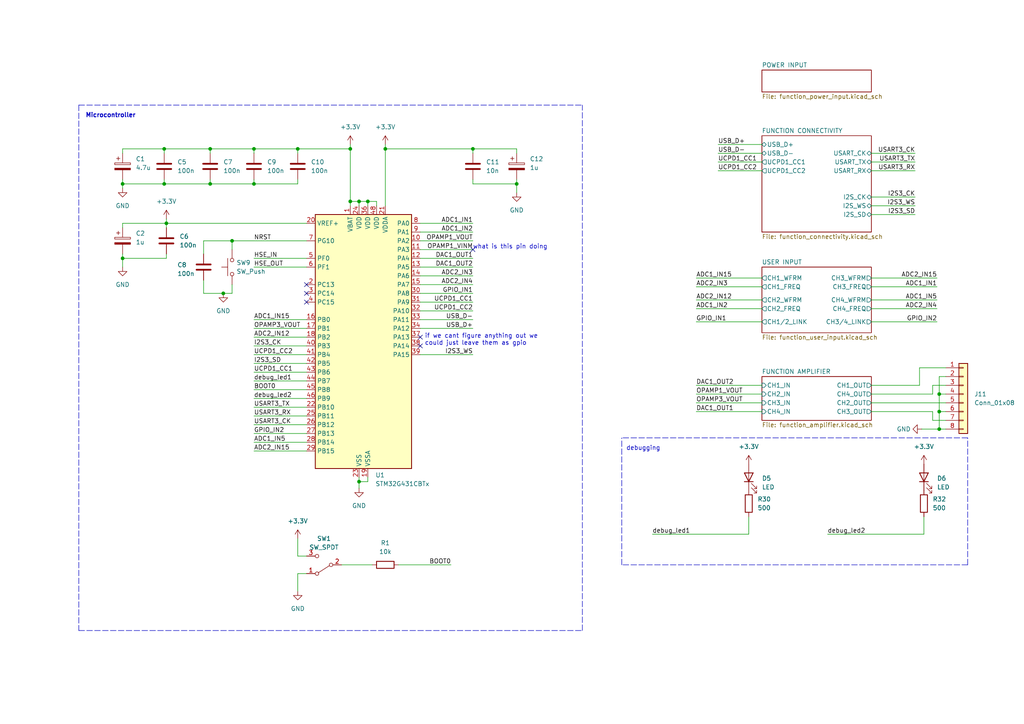
<source format=kicad_sch>
(kicad_sch (version 20231120) (generator "eeschema") (generator_version "8.0")
  (paper "A4")
  (lib_symbols
    (symbol "Connector_Generic:Conn_01x08" (pin_names (offset 1.016) hide)
      (property "Reference" "J" (at 0 10.16 0))
      (property "Value" "Conn_01x08" (at 0 -12.7 0))
      (symbol "Conn_01x08_1_1"
        (rectangle (start -1.27 -10.033) (end 0 -10.287) (stroke (width 0.1524)))
        (rectangle (start -1.27 -7.493) (end 0 -7.747) (stroke (width 0.1524)))
        (rectangle (start -1.27 -4.953) (end 0 -5.207) (stroke (width 0.1524)))
        (rectangle (start -1.27 -2.413) (end 0 -2.667) (stroke (width 0.1524)))
        (rectangle (start -1.27 0.127) (end 0 -0.127) (stroke (width 0.1524)))
        (rectangle (start -1.27 2.667) (end 0 2.413) (stroke (width 0.1524)))
        (rectangle (start -1.27 5.207) (end 0 4.953) (stroke (width 0.1524)))
        (rectangle (start -1.27 7.747) (end 0 7.493) (stroke (width 0.1524)))
        (rectangle (start -1.27 8.89) (end 1.27 -11.43) (stroke (width 0.254)) (fill (type background)))
        (pin passive line (at -5.08 7.62 0) (length 3.81) (name "Pin_1") (number "1"))
        (pin passive line (at -5.08 5.08 0) (length 3.81) (name "Pin_2") (number "2"))
        (pin passive line (at -5.08 2.54 0) (length 3.81) (name "Pin_3") (number "3"))
        (pin passive line (at -5.08 0 0) (length 3.81) (name "Pin_4") (number "4"))
        (pin passive line (at -5.08 -2.54 0) (length 3.81) (name "Pin_5") (number "5"))
        (pin passive line (at -5.08 -5.08 0) (length 3.81) (name "Pin_6") (number "6"))
        (pin passive line (at -5.08 -7.62 0) (length 3.81) (name "Pin_7") (number "7"))
        (pin passive line (at -5.08 -10.16 0) (length 3.81) (name "Pin_8") (number "8"))
      )
    )
    (symbol "Device:C" (pin_numbers hide) (pin_names (offset 0.254))
      (property "Reference" "C" (at 0.635 2.54 0))
      (property "Value" "C" (at 0.635 -2.54 0))
      (symbol "C_0_1"
        (polyline (pts (xy -2.032 -0.762) (xy 2.032 -0.762)) (stroke (width 0.508)))
        (polyline (pts (xy -2.032 0.762) (xy 2.032 0.762)) (stroke (width 0.508)))
      )
      (symbol "C_1_1"
        (pin passive line (at 0 3.81 270) (length 2.794) (name "~") (number "1"))
        (pin passive line (at 0 -3.81 90) (length 2.794) (name "~") (number "2"))
      )
    )
    (symbol "Device:C_Polarized" (pin_numbers hide) (pin_names (offset 0.254))
      (property "Reference" "C" (at 0.635 2.54 0))
      (property "Value" "C_Polarized" (at 0.635 -2.54 0))
      (symbol "C_Polarized_0_1"
        (rectangle (start -2.286 0.508) (end 2.286 1.016))
        (polyline (pts (xy -1.778 2.286) (xy -0.762 2.286)))
        (polyline (pts (xy -1.27 2.794) (xy -1.27 1.778)))
        (rectangle (start 2.286 -0.508) (end -2.286 -1.016) (fill (type outline)))
      )
      (symbol "C_Polarized_1_1"
        (pin passive line (at 0 3.81 270) (length 2.794) (name "~") (number "1"))
        (pin passive line (at 0 -3.81 90) (length 2.794) (name "~") (number "2"))
      )
    )
    (symbol "Device:LED" (pin_numbers hide) (pin_names (offset 1.016) hide)
      (property "Reference" "D" (at 0 2.54 0))
      (property "Value" "LED" (at 0 -2.54 0))
      (symbol "LED_0_1"
        (polyline (pts (xy -1.27 -1.27) (xy -1.27 1.27)) (stroke (width 0.254)))
        (polyline (pts (xy -1.27 0) (xy 1.27 0)))
        (polyline (pts (xy 1.27 -1.27) (xy 1.27 1.27) (xy -1.27 0) (xy 1.27 -1.27)) (stroke (width 0.254)))
        (polyline (pts (xy -3.048 -0.762) (xy -4.572 -2.286) (xy -3.81 -2.286) (xy -4.572 -2.286) (xy -4.572 -1.524)))
        (polyline (pts (xy -1.778 -0.762) (xy -3.302 -2.286) (xy -2.54 -2.286) (xy -3.302 -2.286) (xy -3.302 -1.524)))
      )
      (symbol "LED_1_1"
        (pin passive line (at -3.81 0 0) (length 2.54) (name "K") (number "1"))
        (pin passive line (at 3.81 0 180) (length 2.54) (name "A") (number "2"))
      )
    )
    (symbol "Device:R" (pin_numbers hide) (pin_names (offset 0))
      (property "Reference" "R" (at 2.032 0 90))
      (property "Value" "R" (at 0 0 90))
      (symbol "R_0_1"
        (rectangle (start -1.016 -2.54) (end 1.016 2.54) (stroke (width 0.254)))
      )
      (symbol "R_1_1"
        (pin passive line (at 0 3.81 270) (length 1.27) (name "~") (number "1"))
        (pin passive line (at 0 -3.81 90) (length 1.27) (name "~") (number "2"))
      )
    )
    (symbol "GND_1" (power) (pin_numbers hide) (pin_names (offset 0) hide)
      (property "Value" "GND" (at 0 -3.81 0))
      (symbol "GND_1_0_1"
        (polyline (pts (xy 0 0) (xy 0 -1.27) (xy 1.27 -1.27) (xy 0 -2.54) (xy -1.27 -1.27) (xy 0 -1.27)))
      )
      (symbol "GND_1_1_1"
        (pin power_in line (at 0 0 270) (length 0) (name "~") (number "1"))
      )
    )
    (symbol "MCU_ST_STM32G4:STM32G431CBTx"
      (property "Reference" "U" (at -12.7 39.37 0))
      (property "Value" "STM32G431CBTx" (at 10.16 39.37 0))
      (symbol "STM32G431CBTx_0_1"
        (rectangle (start -12.7 -35.56) (end 15.24 38.1) (stroke (width 0.254)) (fill (type background)))
      )
      (symbol "STM32G431CBTx_1_1"
        (pin power_in line (at -2.54 40.64 270) (length 2.54) (name "VBAT") (number "1"))
        (pin bidirectional line (at 17.78 30.48 180) (length 2.54) (name "PA2") (number "10"))
        (pin bidirectional line (at 17.78 27.94 180) (length 2.54) (name "PA3") (number "11"))
        (pin bidirectional line (at 17.78 25.4 180) (length 2.54) (name "PA4") (number "12"))
        (pin bidirectional line (at 17.78 22.86 180) (length 2.54) (name "PA5") (number "13"))
        (pin bidirectional line (at 17.78 20.32 180) (length 2.54) (name "PA6") (number "14"))
        (pin bidirectional line (at 17.78 17.78 180) (length 2.54) (name "PA7") (number "15"))
        (pin bidirectional line (at -15.24 7.62 0) (length 2.54) (name "PB0") (number "16"))
        (pin bidirectional line (at -15.24 5.08 0) (length 2.54) (name "PB1") (number "17"))
        (pin bidirectional line (at -15.24 2.54 0) (length 2.54) (name "PB2") (number "18"))
        (pin power_in line (at 2.54 -38.1 90) (length 2.54) (name "VSSA") (number "19"))
        (pin bidirectional line (at -15.24 17.78 0) (length 2.54) (name "PC13") (number "2"))
        (pin input line (at -15.24 35.56 0) (length 2.54) (name "VREF+") (number "20"))
        (pin power_in line (at 7.62 40.64 270) (length 2.54) (name "VDDA") (number "21"))
        (pin bidirectional line (at -15.24 -17.78 0) (length 2.54) (name "PB10") (number "22"))
        (pin power_in line (at 0 -38.1 90) (length 2.54) (name "VSS") (number "23"))
        (pin power_in line (at 0 40.64 270) (length 2.54) (name "VDD") (number "24"))
        (pin bidirectional line (at -15.24 -20.32 0) (length 2.54) (name "PB11") (number "25"))
        (pin bidirectional line (at -15.24 -22.86 0) (length 2.54) (name "PB12") (number "26"))
        (pin bidirectional line (at -15.24 -25.4 0) (length 2.54) (name "PB13") (number "27"))
        (pin bidirectional line (at -15.24 -27.94 0) (length 2.54) (name "PB14") (number "28"))
        (pin bidirectional line (at -15.24 -30.48 0) (length 2.54) (name "PB15") (number "29"))
        (pin bidirectional line (at -15.24 15.24 0) (length 2.54) (name "PC14") (number "3"))
        (pin bidirectional line (at 17.78 15.24 180) (length 2.54) (name "PA8") (number "30"))
        (pin bidirectional line (at 17.78 12.7 180) (length 2.54) (name "PA9") (number "31"))
        (pin bidirectional line (at 17.78 10.16 180) (length 2.54) (name "PA10") (number "32"))
        (pin bidirectional line (at 17.78 7.62 180) (length 2.54) (name "PA11") (number "33"))
        (pin bidirectional line (at 17.78 5.08 180) (length 2.54) (name "PA12") (number "34"))
        (pin passive line (at 0 -38.1 90) (length 2.54) hide (name "VSS") (number "35"))
        (pin power_in line (at 2.54 40.64 270) (length 2.54) (name "VDD") (number "36"))
        (pin bidirectional line (at 17.78 2.54 180) (length 2.54) (name "PA13") (number "37"))
        (pin bidirectional line (at 17.78 0 180) (length 2.54) (name "PA14") (number "38"))
        (pin bidirectional line (at 17.78 -2.54 180) (length 2.54) (name "PA15") (number "39"))
        (pin bidirectional line (at -15.24 12.7 0) (length 2.54) (name "PC15") (number "4"))
        (pin bidirectional line (at -15.24 0 0) (length 2.54) (name "PB3") (number "40"))
        (pin bidirectional line (at -15.24 -2.54 0) (length 2.54) (name "PB4") (number "41"))
        (pin bidirectional line (at -15.24 -5.08 0) (length 2.54) (name "PB5") (number "42"))
        (pin bidirectional line (at -15.24 -7.62 0) (length 2.54) (name "PB6") (number "43"))
        (pin bidirectional line (at -15.24 -10.16 0) (length 2.54) (name "PB7") (number "44"))
        (pin bidirectional line (at -15.24 -12.7 0) (length 2.54) (name "PB8") (number "45"))
        (pin bidirectional line (at -15.24 -15.24 0) (length 2.54) (name "PB9") (number "46"))
        (pin passive line (at 0 -38.1 90) (length 2.54) hide (name "VSS") (number "47"))
        (pin power_in line (at 5.08 40.64 270) (length 2.54) (name "VDD") (number "48"))
        (pin bidirectional line (at -15.24 25.4 0) (length 2.54) (name "PF0") (number "5"))
        (pin bidirectional line (at -15.24 22.86 0) (length 2.54) (name "PF1") (number "6"))
        (pin bidirectional line (at -15.24 30.48 0) (length 2.54) (name "PG10") (number "7"))
        (pin bidirectional line (at 17.78 35.56 180) (length 2.54) (name "PA0") (number "8"))
        (pin bidirectional line (at 17.78 33.02 180) (length 2.54) (name "PA1") (number "9"))
      )
    )
    (symbol "Switch:SW_Push" (pin_numbers hide) (pin_names (offset 1.016) hide)
      (property "Reference" "SW" (at 1.27 2.54 0))
      (property "Value" "SW_Push" (at 0 -1.524 0))
      (symbol "SW_Push_0_1"
        (circle (center -2.032 0) (radius 0.508))
        (polyline (pts (xy 0 1.27) (xy 0 3.048)))
        (polyline (pts (xy 2.54 1.27) (xy -2.54 1.27)))
        (circle (center 2.032 0) (radius 0.508))
        (pin passive line (at -5.08 0 0) (length 2.54) (name "1") (number "1"))
        (pin passive line (at 5.08 0 180) (length 2.54) (name "2") (number "2"))
      )
    )
    (symbol "Switch:SW_SPDT" (pin_names (offset 0) hide)
      (property "Reference" "SW" (at 0 4.318 0))
      (property "Value" "SW_SPDT" (at 0 -5.08 0))
      (symbol "SW_SPDT_0_0"
        (circle (center -2.032 0) (radius 0.508))
        (circle (center 2.032 -2.54) (radius 0.508))
      )
      (symbol "SW_SPDT_0_1"
        (polyline (pts (xy -1.524 0.254) (xy 1.651 2.286)))
        (circle (center 2.032 2.54) (radius 0.508))
      )
      (symbol "SW_SPDT_1_1"
        (pin passive line (at 5.08 2.54 180) (length 2.54) (name "A") (number "1"))
        (pin passive line (at -5.08 0 0) (length 2.54) (name "B") (number "2"))
        (pin passive line (at 5.08 -2.54 180) (length 2.54) (name "C") (number "3"))
      )
    )
    (symbol "power:+3.3V" (power) (pin_names (offset 0))
      (property "Value" "+3.3V" (at 0 3.556 0))
      (symbol "+3.3V_0_1"
        (polyline (pts (xy -0.762 1.27) (xy 0 2.54)))
        (polyline (pts (xy 0 0) (xy 0 2.54)))
        (polyline (pts (xy 0 2.54) (xy 0.762 1.27)))
      )
      (symbol "+3.3V_1_1"
        (pin power_in line (at 0 0 90) (length 0) hide (name "+3.3V") (number "1"))
      )
    )
    (symbol "power:GND" (power) (pin_names (offset 0))
      (property "Value" "GND" (at 0 -3.81 0))
      (symbol "GND_0_1"
        (polyline (pts (xy 0 0) (xy 0 -1.27) (xy 1.27 -1.27) (xy 0 -2.54) (xy -1.27 -1.27) (xy 0 -1.27)))
      )
      (symbol "GND_1_1"
        (pin power_in line (at 0 0 270) (length 0) hide (name "GND") (number "1"))
      )
    )
  )
  (junction (at 106.68 58.42))
  (junction (at 101.6 43.18))
  (junction (at 137.16 43.18))
  (junction (at 47.625 43.18))
  (junction (at 60.96 43.18))
  (junction (at 67.31 69.85))
  (junction (at 64.77 85.09))
  (junction (at 86.36 43.18))
  (junction (at 149.86 53.34))
  (junction (at 272.415 114.3))
  (junction (at 101.6 58.42))
  (junction (at 73.66 53.34))
  (junction (at 35.56 74.93))
  (junction (at 104.14 139.7))
  (junction (at 104.14 58.42))
  (junction (at 48.26 64.77))
  (junction (at 272.415 124.46))
  (junction (at 272.415 119.38))
  (junction (at 111.76 43.18))
  (junction (at 47.625 53.34))
  (junction (at 60.96 53.34))
  (junction (at 73.66 43.18))
  (junction (at 35.56 53.34))
  (no_connect (at 88.9 87.63))
  (no_connect (at 88.9 85.09))
  (no_connect (at 137.16 72.39))
  (no_connect (at 88.9 82.55))
  (no_connect (at 121.92 97.79))
  (no_connect (at 121.92 100.33))
  (wire (pts (xy 59.055 69.85) (xy 67.31 69.85)))
  (wire (pts (xy 111.76 43.18) (xy 111.76 59.69)))
  (wire (pts (xy 189.23 154.94) (xy 217.17 154.94)))
  (wire (pts (xy 121.92 77.47) (xy 137.16 77.47)))
  (wire (pts (xy 73.66 113.03) (xy 88.9 113.03)))
  (wire (pts (xy 73.66 95.25) (xy 88.9 95.25)))
  (wire (pts (xy 73.66 92.71) (xy 88.9 92.71)))
  (wire (pts (xy 88.9 77.47) (xy 73.66 77.47)))
  (wire (pts (xy 104.14 139.7) (xy 106.68 139.7)))
  (wire (pts (xy 73.66 52.07) (xy 73.66 53.34)))
  (wire (pts (xy 47.625 53.34) (xy 35.56 53.34)))
  (wire (pts (xy 59.055 69.85) (xy 59.055 73.66)))
  (wire (pts (xy 252.73 44.45) (xy 265.43 44.45)))
  (wire (pts (xy 88.9 166.37) (xy 86.36 166.37)))
  (polyline (pts (xy 22.86 30.48) (xy 168.91 30.48)) (stroke (width 0) (type dash)))
  (wire (pts (xy 272.415 119.38) (xy 272.415 124.46)))
  (wire (pts (xy 109.22 58.42) (xy 109.22 59.69)))
  (wire (pts (xy 35.56 74.93) (xy 35.56 73.66)))
  (wire (pts (xy 73.66 120.65) (xy 88.9 120.65)))
  (wire (pts (xy 73.66 105.41) (xy 88.9 105.41)))
  (wire (pts (xy 35.56 53.34) (xy 35.56 52.07)))
  (wire (pts (xy 121.92 80.01) (xy 137.16 80.01)))
  (wire (pts (xy 201.93 114.3) (xy 220.98 114.3)))
  (wire (pts (xy 121.92 72.39) (xy 137.16 72.39)))
  (wire (pts (xy 201.93 116.84) (xy 220.98 116.84)))
  (wire (pts (xy 252.73 114.3) (xy 270.51 114.3)))
  (wire (pts (xy 267.97 154.94) (xy 267.97 149.86)))
  (wire (pts (xy 73.66 100.33) (xy 88.9 100.33)))
  (polyline (pts (xy 22.86 182.88) (xy 168.91 182.88)) (stroke (width 0) (type dash)))
  (wire (pts (xy 73.66 123.19) (xy 88.9 123.19)))
  (wire (pts (xy 60.96 53.34) (xy 73.66 53.34)))
  (wire (pts (xy 104.14 58.42) (xy 104.14 59.69)))
  (wire (pts (xy 47.625 43.18) (xy 60.96 43.18)))
  (polyline (pts (xy 180.34 163.83) (xy 180.34 127)) (stroke (width 0) (type dash)))
  (wire (pts (xy 270.51 111.76) (xy 274.32 111.76)))
  (wire (pts (xy 48.26 66.04) (xy 48.26 64.77)))
  (wire (pts (xy 121.92 102.87) (xy 137.16 102.87)))
  (polyline (pts (xy 280.67 163.83) (xy 280.67 127)) (stroke (width 0) (type dash)))
  (wire (pts (xy 272.415 124.46) (xy 274.32 124.46)))
  (wire (pts (xy 48.26 74.93) (xy 48.26 73.66)))
  (polyline (pts (xy 168.91 182.88) (xy 168.91 30.48)) (stroke (width 0) (type dash)))
  (wire (pts (xy 270.51 114.3) (xy 270.51 111.76)))
  (wire (pts (xy 101.6 58.42) (xy 101.6 59.69)))
  (wire (pts (xy 86.36 156.21) (xy 86.36 161.29)))
  (wire (pts (xy 73.66 102.87) (xy 88.9 102.87)))
  (wire (pts (xy 266.7 106.68) (xy 274.32 106.68)))
  (polyline (pts (xy 280.67 163.83) (xy 180.34 163.83)) (stroke (width 0) (type dash)))
  (wire (pts (xy 121.92 64.77) (xy 137.16 64.77)))
  (polyline (pts (xy 22.86 30.48) (xy 22.86 182.88)) (stroke (width 0) (type dash)))
  (wire (pts (xy 104.14 58.42) (xy 106.68 58.42)))
  (wire (pts (xy 73.66 43.18) (xy 86.36 43.18)))
  (wire (pts (xy 60.96 53.34) (xy 60.96 52.07)))
  (wire (pts (xy 121.92 67.31) (xy 137.16 67.31)))
  (wire (pts (xy 101.6 43.18) (xy 101.6 58.42)))
  (wire (pts (xy 208.28 44.45) (xy 220.98 44.45)))
  (wire (pts (xy 272.415 114.3) (xy 272.415 119.38)))
  (wire (pts (xy 252.73 89.535) (xy 271.78 89.535)))
  (wire (pts (xy 121.92 87.63) (xy 137.16 87.63)))
  (wire (pts (xy 121.92 92.71) (xy 137.16 92.71)))
  (wire (pts (xy 111.76 41.91) (xy 111.76 43.18)))
  (wire (pts (xy 60.96 53.34) (xy 47.625 53.34)))
  (wire (pts (xy 149.86 53.34) (xy 149.86 55.88)))
  (wire (pts (xy 101.6 41.91) (xy 101.6 43.18)))
  (wire (pts (xy 252.73 46.99) (xy 265.43 46.99)))
  (wire (pts (xy 252.73 93.345) (xy 271.78 93.345)))
  (wire (pts (xy 47.625 44.45) (xy 47.625 43.18)))
  (wire (pts (xy 252.73 119.38) (xy 270.51 119.38)))
  (wire (pts (xy 88.9 161.29) (xy 86.36 161.29)))
  (wire (pts (xy 201.93 86.995) (xy 220.98 86.995)))
  (wire (pts (xy 252.73 83.185) (xy 271.78 83.185)))
  (wire (pts (xy 149.86 43.18) (xy 137.16 43.18)))
  (wire (pts (xy 267.335 124.46) (xy 272.415 124.46)))
  (wire (pts (xy 48.26 63.5) (xy 48.26 64.77)))
  (wire (pts (xy 104.14 139.7) (xy 104.14 141.605)))
  (wire (pts (xy 201.93 89.535) (xy 220.98 89.535)))
  (wire (pts (xy 35.56 43.18) (xy 47.625 43.18)))
  (wire (pts (xy 73.66 110.49) (xy 88.9 110.49)))
  (wire (pts (xy 149.86 53.34) (xy 149.86 52.07)))
  (wire (pts (xy 121.92 95.25) (xy 137.16 95.25)))
  (wire (pts (xy 121.92 69.85) (xy 137.16 69.85)))
  (wire (pts (xy 59.055 85.09) (xy 64.77 85.09)))
  (wire (pts (xy 86.36 166.37) (xy 86.36 171.45)))
  (wire (pts (xy 208.28 41.91) (xy 220.98 41.91)))
  (wire (pts (xy 270.51 119.38) (xy 270.51 121.92)))
  (wire (pts (xy 252.73 116.84) (xy 274.32 116.84)))
  (wire (pts (xy 208.28 49.53) (xy 220.98 49.53)))
  (wire (pts (xy 201.93 93.345) (xy 220.98 93.345)))
  (wire (pts (xy 272.415 114.3) (xy 274.32 114.3)))
  (wire (pts (xy 73.66 43.18) (xy 73.66 44.45)))
  (wire (pts (xy 35.56 74.93) (xy 35.56 77.47)))
  (wire (pts (xy 137.16 53.34) (xy 149.86 53.34)))
  (wire (pts (xy 208.28 46.99) (xy 220.98 46.99)))
  (wire (pts (xy 73.66 74.93) (xy 88.9 74.93)))
  (wire (pts (xy 201.93 111.76) (xy 220.98 111.76)))
  (wire (pts (xy 35.56 54.61) (xy 35.56 53.34)))
  (wire (pts (xy 86.36 44.45) (xy 86.36 43.18)))
  (wire (pts (xy 121.92 82.55) (xy 137.16 82.55)))
  (wire (pts (xy 121.92 74.93) (xy 137.16 74.93)))
  (wire (pts (xy 272.415 119.38) (xy 274.32 119.38)))
  (wire (pts (xy 73.66 125.73) (xy 88.9 125.73)))
  (wire (pts (xy 35.56 74.93) (xy 48.26 74.93)))
  (wire (pts (xy 252.73 57.15) (xy 265.43 57.15)))
  (wire (pts (xy 201.93 119.38) (xy 220.98 119.38)))
  (wire (pts (xy 73.66 107.95) (xy 88.9 107.95)))
  (wire (pts (xy 252.73 59.69) (xy 265.43 59.69)))
  (wire (pts (xy 272.415 109.22) (xy 272.415 114.3)))
  (wire (pts (xy 86.36 43.18) (xy 101.6 43.18)))
  (wire (pts (xy 67.31 85.09) (xy 64.77 85.09)))
  (wire (pts (xy 121.92 85.09) (xy 137.16 85.09)))
  (wire (pts (xy 73.66 128.27) (xy 88.9 128.27)))
  (wire (pts (xy 106.68 58.42) (xy 109.22 58.42)))
  (wire (pts (xy 217.17 154.94) (xy 217.17 149.86)))
  (wire (pts (xy 60.96 44.45) (xy 60.96 43.18)))
  (wire (pts (xy 60.96 43.18) (xy 73.66 43.18)))
  (wire (pts (xy 137.16 53.34) (xy 137.16 52.07)))
  (wire (pts (xy 270.51 121.92) (xy 274.32 121.92)))
  (wire (pts (xy 104.14 138.43) (xy 104.14 139.7)))
  (wire (pts (xy 101.6 58.42) (xy 104.14 58.42)))
  (wire (pts (xy 67.31 82.55) (xy 67.31 85.09)))
  (wire (pts (xy 73.66 97.79) (xy 88.9 97.79)))
  (wire (pts (xy 252.73 86.995) (xy 271.78 86.995)))
  (wire (pts (xy 201.93 83.185) (xy 220.98 83.185)))
  (wire (pts (xy 59.055 81.28) (xy 59.055 85.09)))
  (wire (pts (xy 137.16 44.45) (xy 137.16 43.18)))
  (wire (pts (xy 240.03 154.94) (xy 267.97 154.94)))
  (wire (pts (xy 67.31 69.85) (xy 88.9 69.85)))
  (wire (pts (xy 48.26 64.77) (xy 88.9 64.77)))
  (wire (pts (xy 115.57 163.83) (xy 130.81 163.83)))
  (wire (pts (xy 201.93 80.645) (xy 220.98 80.645)))
  (wire (pts (xy 35.56 64.77) (xy 48.26 64.77)))
  (wire (pts (xy 111.76 43.18) (xy 137.16 43.18)))
  (wire (pts (xy 274.32 109.22) (xy 272.415 109.22)))
  (wire (pts (xy 47.625 53.34) (xy 47.625 52.07)))
  (wire (pts (xy 106.68 138.43) (xy 106.68 139.7)))
  (wire (pts (xy 266.7 111.76) (xy 266.7 106.68)))
  (wire (pts (xy 67.31 69.85) (xy 67.31 72.39)))
  (wire (pts (xy 86.36 53.34) (xy 86.36 52.07)))
  (wire (pts (xy 73.66 118.11) (xy 88.9 118.11)))
  (wire (pts (xy 121.92 90.17) (xy 137.16 90.17)))
  (wire (pts (xy 106.68 58.42) (xy 106.68 59.69)))
  (wire (pts (xy 35.56 44.45) (xy 35.56 43.18)))
  (wire (pts (xy 73.66 115.57) (xy 88.9 115.57)))
  (wire (pts (xy 252.73 111.76) (xy 266.7 111.76)))
  (wire (pts (xy 99.06 163.83) (xy 107.95 163.83)))
  (wire (pts (xy 252.73 62.23) (xy 265.43 62.23)))
  (wire (pts (xy 252.73 80.645) (xy 271.78 80.645)))
  (wire (pts (xy 149.86 44.45) (xy 149.86 43.18)))
  (wire (pts (xy 73.66 53.34) (xy 86.36 53.34)))
  (wire (pts (xy 252.73 49.53) (xy 265.43 49.53)))
  (wire (pts (xy 35.56 64.77) (xy 35.56 66.04)))
  (wire (pts (xy 73.66 130.81) (xy 88.9 130.81)))
  (polyline (pts (xy 280.67 127) (xy 180.34 127)) (stroke (width 0) (type dash)))
  (text "Microcontroller" (at 24.765 34.29 0) (effects (font (size 1.27 1.27) (bold yes)) (justify left bottom)))
  (text "debugging" (at 181.61 130.81 0) (effects (font (size 1.27 1.27)) (justify left bottom)))
  (text "what is this pin doing" (at 137.16 72.39 0) (effects (font (size 1.27 1.27)) (justify left bottom)))
  (text "if we cant figure anything out we \ncould just leave them as gpio" (at 123.19 100.33 0) (effects (font (size 1.27 1.27)) (justify left bottom)))
  (label "NRST" (at 73.66 69.85 0))
  (label "USART3_RX" (at 265.43 49.53 180))
  (label "ADC1_IN1" (at 137.16 64.77 180))
  (label "OPAMP3_VOUT" (at 201.93 116.84 0))
  (label "USART3_TX" (at 265.43 46.99 180))
  (label "USB_D+" (at 208.28 41.91 0))
  (label "ADC1_IN1" (at 271.78 83.185 180))
  (label "OPAMP1_VOUT" (at 201.93 114.3 0))
  (label "BOOT0" (at 73.66 113.03 0))
  (label "debug_led2" (at 73.66 115.57 0))
  (label "UCPD1_CC1" (at 208.28 46.99 0))
  (label "ADC2_IN12" (at 73.66 97.79 0))
  (label "I2S3_WS" (at 265.43 59.69 180))
  (label "OPAMP1_VINM" (at 137.16 72.39 180))
  (label "OPAMP1_VOUT" (at 137.16 69.85 180))
  (label "DAC1_OUT1" (at 137.16 74.93 180))
  (label "I2S3_CK" (at 265.43 57.15 180))
  (label "OPAMP3_VOUT" (at 73.66 95.25 0))
  (label "USART3_CK" (at 265.43 44.45 180))
  (label "USB_D+" (at 137.16 95.25 180))
  (label "HSE_IN" (at 73.66 74.93 0))
  (label "GPIO_IN2" (at 73.66 125.73 0))
  (label "USB_D-" (at 137.16 92.71 180))
  (label "GPIO_IN1" (at 201.93 93.345 0))
  (label "UCPD1_CC1" (at 137.16 87.63 180))
  (label "debug_led1" (at 189.23 154.94 0))
  (label "ADC1_IN15" (at 201.93 80.645 0))
  (label "BOOT0" (at 130.81 163.83 180))
  (label "debug_led2" (at 240.03 154.94 0))
  (label "ADC2_IN3" (at 201.93 83.185 0))
  (label "ADC1_IN2" (at 137.16 67.31 180))
  (label "I2S3_CK" (at 73.66 100.33 0))
  (label "UCPD1_CC2" (at 73.66 102.87 0))
  (label "DAC1_OUT1" (at 201.93 119.38 0))
  (label "HSE_OUT" (at 73.66 77.47 0))
  (label "UCPD1_CC2" (at 137.16 90.17 180))
  (label "ADC1_IN2" (at 201.93 89.535 0))
  (label "ADC1_IN5" (at 73.66 128.27 0))
  (label "I2S3_WS" (at 137.16 102.87 180))
  (label "ADC2_IN4" (at 137.16 82.55 180))
  (label "USART3_RX" (at 73.66 120.65 0))
  (label "DAC1_OUT2" (at 137.16 77.47 180))
  (label "USB_D-" (at 208.28 44.45 0))
  (label "USART3_TX" (at 73.66 118.11 0))
  (label "I2S3_SD" (at 73.66 105.41 0))
  (label "ADC1_IN5" (at 271.78 86.995 180))
  (label "UCPD1_CC1" (at 73.66 107.95 0))
  (label "ADC2_IN4" (at 271.78 89.535 180))
  (label "USART3_CK" (at 73.66 123.19 0))
  (label "debug_led1" (at 73.66 110.49 0))
  (label "ADC2_IN15" (at 271.78 80.645 180))
  (label "GPIO_IN2" (at 271.78 93.345 180))
  (label "GPIO_IN1" (at 137.16 85.09 180))
  (label "ADC2_IN15" (at 73.66 130.81 0))
  (label "UCPD1_CC2" (at 208.28 49.53 0))
  (label "DAC1_OUT2" (at 201.93 111.76 0))
  (label "ADC2_IN3" (at 137.16 80.01 180))
  (label "I2S3_SD" (at 265.43 62.23 180))
  (label "ADC2_IN12" (at 201.93 86.995 0))
  (label "ADC1_IN15" (at 73.66 92.71 0))
  (symbol (lib_id "power:GND") (at 35.56 77.47 0) (unit 1)
    (property "Reference" "#PWR02" (effects (hide yes)))
    (property "Value" "GND" (at 35.56 82.55 0))
  )
  (symbol (lib_id "Device:C") (at 59.055 77.47 180) (unit 1)
    (property "Reference" "C8" (at 51.435 76.835 0) (effects (justify right)))
    (property "Value" "100n" (at 51.435 79.375 0) (effects (justify right)))
    (property "Footprint" "Capacitor_SMD:C_0805_2012Metric" (effects (hide yes)))
  )
  (symbol (lib_id "power:+3.3V") (at 86.36 156.21 0) (unit 1)
    (property "Reference" "#PWR06" (effects (hide yes)))
    (property "Value" "+3.3V" (at 86.36 151.13 0))
  )
  (symbol (lib_id "Device:R") (at 217.17 146.05 0) (unit 1)
    (property "Reference" "R30" (at 219.71 144.78 0) (effects (justify left)))
    (property "Value" "500" (at 219.71 147.32 0) (effects (justify left)))
    (property "Footprint" "Resistor_SMD:R_0805_2012Metric" (effects (hide yes)))
  )
  (symbol (lib_id "Device:C_Polarized") (at 35.56 69.85 0) (unit 1)
    (property "Reference" "C2" (at 39.37 67.691 0) (effects (justify left)))
    (property "Value" "1u" (at 39.37 70.231 0) (effects (justify left)))
    (property "Footprint" "Capacitor_SMD:C_0805_2012Metric" (effects (hide yes)))
  )
  (symbol (lib_id "Switch:SW_SPDT") (at 93.98 163.83 180) (unit 1)
    (property "Reference" "SW1" (at 93.98 156.21 0))
    (property "Value" "SW_SPDT" (at 93.98 158.75 0))
    (property "Footprint" "Button_Switch_THT:SW_CuK_OS102011MA1QN1_SPDT_Angled" (effects (hide yes)))
  )
  (symbol (lib_id "Device:C") (at 47.625 48.26 0) (unit 1)
    (property "Reference" "C5" (at 51.435 46.99 0) (effects (justify left)))
    (property "Value" "100n" (at 51.435 49.53 0) (effects (justify left)))
    (property "Footprint" "Capacitor_SMD:C_0805_2012Metric" (effects (hide yes)))
  )
  (symbol (lib_id "Device:LED") (at 217.17 138.43 90) (unit 1)
    (property "Reference" "D5" (at 220.98 138.7475 90) (effects (justify right)))
    (property "Value" "LED" (at 220.98 141.2875 90) (effects (justify right)))
    (property "Footprint" "LED_SMD:LED_0805_2012Metric" (effects (hide yes)))
  )
  (symbol (lib_id "Device:C") (at 86.36 48.26 0) (unit 1)
    (property "Reference" "C10" (at 90.17 46.99 0) (effects (justify left)))
    (property "Value" "100n" (at 90.17 49.53 0) (effects (justify left)))
    (property "Footprint" "Capacitor_SMD:C_0805_2012Metric" (effects (hide yes)))
  )
  (symbol (lib_name "GND_1") (lib_id "power:GND") (at 267.335 124.46 270) (unit 1)
    (property "Reference" "#PWR03" (effects (hide yes)))
    (property "Value" "GND" (at 264.16 124.4599 90) (effects (justify right)))
    (property "Description" "Power symbol creates a global label with name \"GND\" , ground" (effects (hide yes)))
  )
  (symbol (lib_id "Device:LED") (at 267.97 138.43 90) (unit 1)
    (property "Reference" "D6" (at 271.78 138.7475 90) (effects (justify right)))
    (property "Value" "LED" (at 271.78 141.2875 90) (effects (justify right)))
    (property "Footprint" "LED_SMD:LED_0805_2012Metric" (effects (hide yes)))
  )
  (symbol (lib_id "power:GND") (at 35.56 54.61 0) (unit 1)
    (property "Reference" "#PWR01" (effects (hide yes)))
    (property "Value" "GND" (at 35.56 59.69 0))
  )
  (symbol (lib_id "Device:C") (at 73.66 48.26 0) (unit 1)
    (property "Reference" "C9" (at 77.47 46.99 0) (effects (justify left)))
    (property "Value" "100n" (at 77.47 49.53 0) (effects (justify left)))
    (property "Footprint" "Capacitor_SMD:C_0805_2012Metric" (effects (hide yes)))
  )
  (symbol (lib_id "power:+3.3V") (at 267.97 134.62 0) (unit 1)
    (property "Reference" "#PWR076" (effects (hide yes)))
    (property "Value" "+3.3V" (at 267.97 129.54 0))
  )
  (symbol (lib_id "power:GND") (at 64.77 85.09 0) (unit 1)
    (property "Reference" "#PWR05" (effects (hide yes)))
    (property "Value" "GND" (at 64.77 90.17 0))
  )
  (symbol (lib_id "power:+3.3V") (at 111.76 41.91 0) (unit 1)
    (property "Reference" "#PWR010" (effects (hide yes)))
    (property "Value" "+3.3V" (at 111.76 36.83 0))
  )
  (symbol (lib_id "Device:C") (at 48.26 69.85 0) (unit 1)
    (property "Reference" "C6" (at 52.07 68.58 0) (effects (justify left)))
    (property "Value" "100n" (at 52.07 71.12 0) (effects (justify left)))
    (property "Footprint" "Capacitor_SMD:C_0805_2012Metric" (effects (hide yes)))
  )
  (symbol (lib_id "Connector_Generic:Conn_01x08") (at 279.4 114.3 0) (unit 1)
    (property "Reference" "J11" (at 282.575 114.2999 0) (effects (justify left)))
    (property "Value" "Conn_01x08" (at 282.575 116.8399 0) (effects (justify left)))
    (property "Footprint" "Connector_PinHeader_2.54mm:PinHeader_1x08_P2.54mm_Horizontal" (effects (hide yes)))
    (property "Description" "Generic connector, single row, 01x08, script generated (kicad-library-utils/schlib/autogen/connector/)" (effects (hide yes)))
  )
  (symbol (lib_id "power:GND") (at 86.36 171.45 0) (mirror y) (unit 1)
    (property "Reference" "#PWR07" (effects (hide yes)))
    (property "Value" "GND" (at 86.36 176.53 0))
  )
  (symbol (lib_id "power:+3.3V") (at 48.26 63.5 0) (unit 1)
    (property "Reference" "#PWR04" (effects (hide yes)))
    (property "Value" "+3.3V" (at 48.26 58.42 0))
  )
  (symbol (lib_id "Device:R") (at 267.97 146.05 0) (unit 1)
    (property "Reference" "R32" (at 270.51 144.78 0) (effects (justify left)))
    (property "Value" "500" (at 270.51 147.32 0) (effects (justify left)))
    (property "Footprint" "Resistor_SMD:R_0805_2012Metric" (effects (hide yes)))
  )
  (symbol (lib_id "power:GND") (at 149.86 55.88 0) (unit 1)
    (property "Reference" "#PWR011" (effects (hide yes)))
    (property "Value" "GND" (at 149.86 60.96 0))
  )
  (symbol (lib_id "MCU_ST_STM32G4:STM32G431CBTx") (at 104.14 100.33 0) (unit 1)
    (property "Reference" "U1" (at 108.8741 137.795 0) (effects (justify left)))
    (property "Value" "STM32G431CBTx" (at 108.8741 140.335 0) (effects (justify left)))
    (property "Footprint" "Package_QFP:LQFP-48_7x7mm_P0.5mm" (effects (hide yes)))
    (property "Datasheet" "https://www.st.com/resource/en/datasheet/stm32g431cb.pdf" (effects (hide yes)))
  )
  (symbol (lib_id "Switch:SW_Push") (at 67.31 77.47 90) (unit 1)
    (property "Reference" "SW9" (at 68.58 76.1999 90) (effects (justify right)))
    (property "Value" "SW_Push" (at 68.58 78.7399 90) (effects (justify right)))
    (property "Footprint" "Button_Switch_SMD:SW_Push_SPST_NO_Alps_SKRK" (effects (hide yes)))
    (property "Description" "Push button switch, generic, two pins" (effects (hide yes)))
  )
  (symbol (lib_id "Device:C") (at 60.96 48.26 0) (unit 1)
    (property "Reference" "C7" (at 64.77 46.99 0) (effects (justify left)))
    (property "Value" "100n" (at 64.77 49.53 0) (effects (justify left)))
    (property "Footprint" "Capacitor_SMD:C_0805_2012Metric" (effects (hide yes)))
  )
  (symbol (lib_id "Device:C") (at 137.16 48.26 0) (unit 1)
    (property "Reference" "C11" (at 140.97 46.99 0) (effects (justify left)))
    (property "Value" "10n" (at 140.97 49.53 0) (effects (justify left)))
    (property "Footprint" "Capacitor_SMD:C_0805_2012Metric" (effects (hide yes)))
  )
  (symbol (lib_id "Device:C_Polarized") (at 149.86 48.26 0) (unit 1)
    (property "Reference" "C12" (at 153.67 46.101 0) (effects (justify left)))
    (property "Value" "1u" (at 153.67 48.641 0) (effects (justify left)))
    (property "Footprint" "Capacitor_SMD:C_0805_2012Metric" (effects (hide yes)))
  )
  (symbol (lib_id "power:+3.3V") (at 101.6 41.91 0) (unit 1)
    (property "Reference" "#PWR08" (effects (hide yes)))
    (property "Value" "+3.3V" (at 101.6 36.83 0))
  )
  (symbol (lib_id "Device:C_Polarized") (at 35.56 48.26 0) (unit 1)
    (property "Reference" "C1" (at 39.37 46.101 0) (effects (justify left)))
    (property "Value" "4.7u" (at 39.37 48.641 0) (effects (justify left)))
    (property "Footprint" "Capacitor_SMD:C_0805_2012Metric" (effects (hide yes)))
  )
  (symbol (lib_id "power:+3.3V") (at 217.17 134.62 0) (unit 1)
    (property "Reference" "#PWR074" (effects (hide yes)))
    (property "Value" "+3.3V" (at 217.17 129.54 0))
  )
  (symbol (lib_id "Device:R") (at 111.76 163.83 90) (unit 1)
    (property "Reference" "R1" (at 111.76 157.48 90))
    (property "Value" "10k" (at 111.76 160.02 90))
    (property "Footprint" "Resistor_SMD:R_0805_2012Metric" (effects (hide yes)))
  )
  (symbol (lib_id "power:GND") (at 104.14 141.605 0) (unit 1)
    (property "Reference" "#PWR09" (effects (hide yes)))
    (property "Value" "GND" (at 104.14 146.685 0))
  )
  (sheet (at 220.98 109.22) (size 31.75 12.7) (stroke (width 0.1524))
    (property "Sheetname" "FUNCTION AMPLIFIER" (at 220.98 108.5084 0) (effects (justify left bottom)))
    (property "Sheetfile" "function_amplifier.kicad_sch" (at 220.98 122.5046 0) (effects (justify left top)))
    (pin "CH3_IN" input (at 220.98 116.84 180))
    (pin "CH1_IN" input (at 220.98 111.76 180))
    (pin "CH4_IN" input (at 220.98 119.38 180))
    (pin "CH2_IN" input (at 220.98 114.3 180))
    (pin "CH1_OUT" output (at 252.73 111.76 0))
    (pin "CH3_OUT" output (at 252.73 119.38 0))
    (pin "CH4_OUT" output (at 252.73 114.3 0))
    (pin "CH2_OUT" output (at 252.73 116.84 0))
  )
  (sheet (at 220.98 77.47) (size 31.75 19.05) (stroke (width 0.1524))
    (property "Sheetname" "USER INPUT" (at 220.98 76.7584 0) (effects (justify left bottom)))
    (property "Sheetfile" "function_user_input.kicad_sch" (at 220.98 97.1046 0) (effects (justify left top)))
    (pin "CH1{slash}2_LINK" output (at 220.98 93.345 180))
    (pin "CH3{slash}4_LINK" output (at 252.73 93.345 0))
    (pin "CH2_FREQ" output (at 220.98 89.535 180))
    (pin "CH2_WFRM" output (at 220.98 86.995 180))
    (pin "CH4_FREQ" output (at 252.73 89.535 0))
    (pin "CH4_WFRM" output (at 252.73 86.995 0))
    (pin "CH1_FREQ" output (at 220.98 83.185 180))
    (pin "CH1_WFRM" output (at 220.98 80.645 180))
    (pin "CH3_FREQ" output (at 252.73 83.185 0))
    (pin "CH3_WFRM" output (at 252.73 80.645 0))
  )
  (sheet (at 220.98 20.32) (size 31.75 6.35) (stroke (width 0.1524))
    (property "Sheetname" "POWER INPUT" (at 220.98 19.6084 0) (effects (justify left bottom)))
    (property "Sheetfile" "function_power_input.kicad_sch" (at 220.98 27.2546 0) (effects (justify left top)))
  )
  (sheet (at 220.98 39.37) (size 31.75 27.94) (stroke (width 0.1524))
    (property "Sheetname" "FUNCTION CONNECTIVITY" (at 220.98 38.6584 0) (effects (justify left bottom)))
    (property "Sheetfile" "function_connectivity.kicad_sch" (at 220.98 67.8946 0) (effects (justify left top)))
    (pin "USB_D-" bidirectional (at 220.98 44.45 180))
    (pin "USB_D+" bidirectional (at 220.98 41.91 180))
    (pin "UCPD1_CC1" output (at 220.98 46.99 180))
    (pin "UCPD1_CC2" output (at 220.98 49.53 180))
    (pin "USART_CK" bidirectional (at 252.73 44.45 0))
    (pin "USART_TX" bidirectional (at 252.73 46.99 0))
    (pin "USART_RX" bidirectional (at 252.73 49.53 0))
    (pin "I2S_CK" bidirectional (at 252.73 57.15 0))
    (pin "I2S_WS" bidirectional (at 252.73 59.69 0))
    (pin "I2S_SD" bidirectional (at 252.73 62.23 0))
  )
)
</source>
